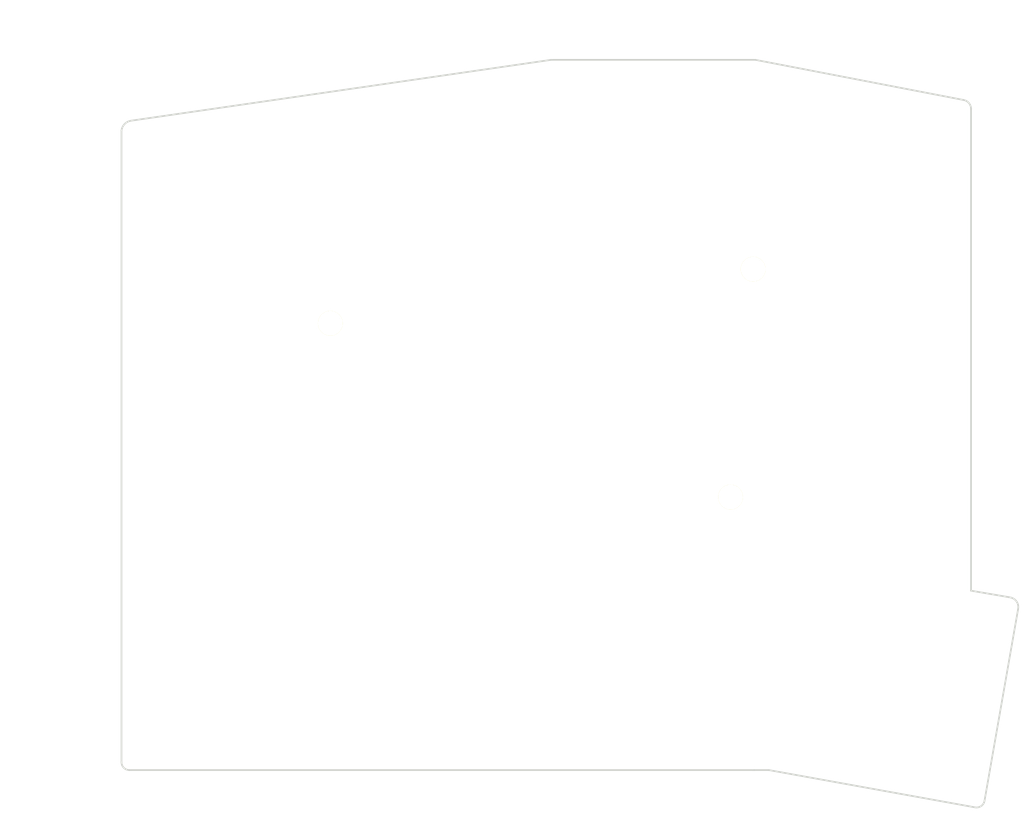
<source format=kicad_pcb>
(kicad_pcb (version 20171130) (host pcbnew "(5.1.4-0-10_14)")

  (general
    (thickness 1.6)
    (drawings 17)
    (tracks 0)
    (zones 0)
    (modules 3)
    (nets 2)
  )

  (page A4)
  (title_block
    (title "Pinky2 Bottom Plate")
    (date 2019-10-06)
    (rev 1.0)
    (company @tamanishi)
  )

  (layers
    (0 F.Cu signal)
    (31 B.Cu signal)
    (32 B.Adhes user)
    (33 F.Adhes user)
    (34 B.Paste user)
    (35 F.Paste user)
    (36 B.SilkS user)
    (37 F.SilkS user)
    (38 B.Mask user)
    (39 F.Mask user)
    (40 Dwgs.User user)
    (41 Cmts.User user)
    (42 Eco1.User user)
    (43 Eco2.User user)
    (44 Edge.Cuts user)
    (45 Margin user)
    (46 B.CrtYd user)
    (47 F.CrtYd user)
    (48 B.Fab user)
    (49 F.Fab user)
  )

  (setup
    (last_trace_width 0.25)
    (user_trace_width 0.5)
    (trace_clearance 0.2)
    (zone_clearance 0.508)
    (zone_45_only no)
    (trace_min 0.2)
    (via_size 0.6)
    (via_drill 0.4)
    (via_min_size 0.4)
    (via_min_drill 0.3)
    (uvia_size 0.4)
    (uvia_drill 0.3)
    (uvias_allowed no)
    (uvia_min_size 0.4)
    (uvia_min_drill 0.3)
    (edge_width 0.15)
    (segment_width 0.15)
    (pcb_text_width 0.3)
    (pcb_text_size 1.5 1.5)
    (mod_edge_width 0.15)
    (mod_text_size 1 1)
    (mod_text_width 0.15)
    (pad_size 5 5)
    (pad_drill 4.8)
    (pad_to_mask_clearance 0.2)
    (solder_mask_min_width 0.25)
    (aux_axis_origin 60.05 73.35)
    (visible_elements FFFFFFFF)
    (pcbplotparams
      (layerselection 0x010f0_ffffffff)
      (usegerberextensions false)
      (usegerberattributes false)
      (usegerberadvancedattributes false)
      (creategerberjobfile false)
      (excludeedgelayer true)
      (linewidth 0.100000)
      (plotframeref false)
      (viasonmask false)
      (mode 1)
      (useauxorigin false)
      (hpglpennumber 1)
      (hpglpenspeed 20)
      (hpglpendiameter 15.000000)
      (psnegative false)
      (psa4output false)
      (plotreference true)
      (plotvalue true)
      (plotinvisibletext false)
      (padsonsilk false)
      (subtractmaskfromsilk false)
      (outputformat 1)
      (mirror false)
      (drillshape 0)
      (scaleselection 1)
      (outputdirectory "Gerber/"))
  )

  (net 0 "")
  (net 1 GND)

  (net_class Default "This is the default net class."
    (clearance 0.2)
    (trace_width 0.25)
    (via_dia 0.6)
    (via_drill 0.4)
    (uvia_dia 0.4)
    (uvia_drill 0.3)
  )

  (module kbd:HOLE_M2 (layer F.Cu) (tedit 5C1EE041) (tstamp 5BDF1C89)
    (at 78.55 96.7)
    (fp_text reference Ref** (at 0 -3.2) (layer F.Fab)
      (effects (font (size 1 1) (thickness 0.15)))
    )
    (fp_text value Val** (at 0 3.2) (layer F.Fab)
      (effects (font (size 1 1) (thickness 0.15)))
    )
    (fp_text user %R (at 0.3 0) (layer F.Fab)
      (effects (font (size 1 1) (thickness 0.15)))
    )
    (pad "" np_thru_hole circle (at 0 0) (size 2.2 2.2) (drill 2.2) (layers *.Cu *.Mask F.SilkS)
      (clearance 0.85))
  )

  (module kbd:HOLE_M2 (layer F.Cu) (tedit 5C1EE041) (tstamp 5BDF1C99)
    (at 116 91.9)
    (fp_text reference Ref** (at 0 -3.2) (layer F.Fab)
      (effects (font (size 1 1) (thickness 0.15)))
    )
    (fp_text value Val** (at 0 3.2) (layer F.Fab)
      (effects (font (size 1 1) (thickness 0.15)))
    )
    (fp_text user %R (at 0.3 0) (layer F.Fab)
      (effects (font (size 1 1) (thickness 0.15)))
    )
    (pad "" np_thru_hole circle (at 0 0) (size 2.2 2.2) (drill 2.2) (layers *.Cu *.Mask F.SilkS)
      (clearance 0.85))
  )

  (module kbd:HOLE_M2 (layer F.Cu) (tedit 5C1EE041) (tstamp 5D987D69)
    (at 114 112.1)
    (fp_text reference Ref** (at 0 -3.2) (layer F.Fab)
      (effects (font (size 1 1) (thickness 0.15)))
    )
    (fp_text value Val** (at 0 3.2) (layer F.Fab)
      (effects (font (size 1 1) (thickness 0.15)))
    )
    (fp_text user %R (at 0.3 0) (layer F.Fab)
      (effects (font (size 1 1) (thickness 0.15)))
    )
    (pad "" np_thru_hole circle (at 0 0) (size 2.2 2.2) (drill 2.2) (layers *.Cu *.Mask F.SilkS)
      (clearance 0.85))
  )

  (dimension 66.3 (width 0.3) (layer F.CrtYd) (tstamp 5D98C9B9)
    (gr_text "66.300 mm" (at 54.824901 106.5 90) (layer F.CrtYd) (tstamp 5D98C9B9)
      (effects (font (size 1.5 1.5) (thickness 0.3)))
    )
    (feature1 (pts (xy 60.05 73.35) (xy 56.33848 73.35)))
    (feature2 (pts (xy 60.05 139.65) (xy 56.33848 139.65)))
    (crossbar (pts (xy 56.924901 139.65) (xy 56.924901 73.35)))
    (arrow1a (pts (xy 56.924901 73.35) (xy 57.511322 74.476504)))
    (arrow1b (pts (xy 56.924901 73.35) (xy 56.33848 74.476504)))
    (arrow2a (pts (xy 56.924901 139.65) (xy 57.511322 138.523496)))
    (arrow2b (pts (xy 56.924901 139.65) (xy 56.33848 138.523496)))
  )
  (dimension 78.45 (width 0.3) (layer F.CrtYd)
    (gr_text "78.450 mm" (at 99.275 69.149999) (layer F.CrtYd)
      (effects (font (size 1.5 1.5) (thickness 0.3)))
    )
    (feature1 (pts (xy 138.5 73.4) (xy 138.5 70.663578)))
    (feature2 (pts (xy 60.05 73.4) (xy 60.05 70.663578)))
    (crossbar (pts (xy 60.05 71.249999) (xy 138.5 71.249999)))
    (arrow1a (pts (xy 138.5 71.249999) (xy 137.373496 71.83642)))
    (arrow1b (pts (xy 138.5 71.249999) (xy 137.373496 70.663578)))
    (arrow2a (pts (xy 60.05 71.249999) (xy 61.176504 71.83642)))
    (arrow2b (pts (xy 60.05 71.249999) (xy 61.176504 70.663578)))
  )
  (gr_line (start 98.1 73.35) (end 116.2 73.35) (layer Edge.Cuts) (width 0.15))
  (gr_arc (start 138.616634 121.852497) (end 139.466634 122.047112) (angle -90.75712949) (layer Edge.Cuts) (width 0.15) (tstamp 5D921DED))
  (gr_line (start 138.8 121) (end 135.3 120.4) (layer Edge.Cuts) (width 0.15))
  (gr_line (start 116.1 136.3) (end 60.75 136.3) (layer Edge.Cuts) (width 0.15))
  (gr_line (start 116.1 136.3) (end 117.4 136.3) (layer Edge.Cuts) (width 0.15))
  (gr_arc (start 61.055846 79.743142) (end 60.9 78.743143) (angle -73.04255484) (layer Edge.Cuts) (width 0.15))
  (gr_arc (start 134.5 77.693735) (end 135.3 77.693823) (angle -82.8313174) (layer Edge.Cuts) (width 0.15))
  (gr_arc (start 135.790389 138.9) (end 135.640389 139.6) (angle -94.50009784) (layer Edge.Cuts) (width 0.15))
  (gr_arc (start 60.75 135.6) (end 60.05 135.6) (angle -90) (layer Edge.Cuts) (width 0.15))
  (gr_line (start 117.4 136.3) (end 135.640389 139.6) (layer Edge.Cuts) (width 0.15))
  (gr_line (start 139.466634 122.047112) (end 136.5 138.994615) (layer Edge.Cuts) (width 0.15))
  (gr_line (start 135.3 77.693823) (end 135.3 120.4) (layer Edge.Cuts) (width 0.15))
  (gr_line (start 116.2 73.35) (end 134.6 76.9) (layer Edge.Cuts) (width 0.15))
  (gr_line (start 60.9 78.743143) (end 98.1 73.35) (layer Edge.Cuts) (width 0.15))
  (gr_line (start 60.05 135.6) (end 60.05 79.6) (layer Edge.Cuts) (width 0.15))

  (zone (net 1) (net_name GND) (layer B.Cu) (tstamp 5D70CC1C) (hatch edge 0.508)
    (connect_pads (clearance 0.3))
    (min_thickness 0.254)
    (fill yes (arc_segments 16) (thermal_gap 0.508) (thermal_bridge_width 0.508))
    (polygon
      (pts
        (xy 58.5 78.1) (xy 58.55 137.1) (xy 117.2 137.1) (xy 136.5 140.8) (xy 140 121)
        (xy 135.9 120.2) (xy 135.9 76.5) (xy 116.8 72.4) (xy 97.6 72.4)
      )
    )
  )
  (zone (net 1) (net_name GND) (layer F.Cu) (tstamp 5D70CC1F) (hatch edge 0.508)
    (connect_pads (clearance 0.3))
    (min_thickness 0.254)
    (fill yes (arc_segments 16) (thermal_gap 0.508) (thermal_bridge_width 0.508))
    (polygon
      (pts
        (xy 58.55 78.1) (xy 58.55 137.1) (xy 117.2 137.1) (xy 136.5 140.8) (xy 140 121)
        (xy 135.9 120.2) (xy 135.9 76.5) (xy 116.9 72.4) (xy 97.6 72.4)
      )
    )
  )
)

</source>
